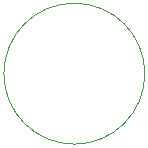
<source format=gbr>
G04 #@! TF.GenerationSoftware,KiCad,Pcbnew,(5.1.5)-3*
G04 #@! TF.CreationDate,2020-07-16T12:36:10-05:00*
G04 #@! TF.ProjectId,pcb-pms150c,7063622d-706d-4733-9135-30632e6b6963,rev?*
G04 #@! TF.SameCoordinates,Original*
G04 #@! TF.FileFunction,Profile,NP*
%FSLAX46Y46*%
G04 Gerber Fmt 4.6, Leading zero omitted, Abs format (unit mm)*
G04 Created by KiCad (PCBNEW (5.1.5)-3) date 2020-07-16 12:36:10*
%MOMM*%
%LPD*%
G04 APERTURE LIST*
%ADD10C,0.050000*%
G04 APERTURE END LIST*
D10*
X139954000Y-101600000D02*
G75*
G03X139954000Y-101600000I-5969000J0D01*
G01*
M02*

</source>
